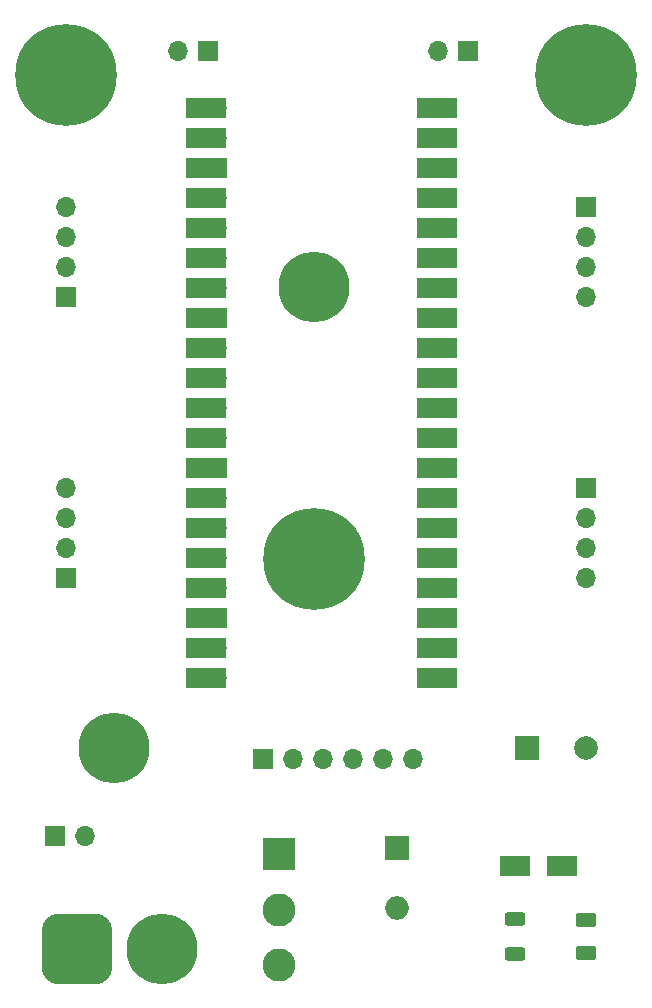
<source format=gbr>
%TF.GenerationSoftware,KiCad,Pcbnew,(6.0.7)*%
%TF.CreationDate,2022-11-23T18:30:17-05:00*%
%TF.ProjectId,Team5_Coaster,5465616d-355f-4436-9f61-737465722e6b,rev?*%
%TF.SameCoordinates,Original*%
%TF.FileFunction,Soldermask,Top*%
%TF.FilePolarity,Negative*%
%FSLAX46Y46*%
G04 Gerber Fmt 4.6, Leading zero omitted, Abs format (unit mm)*
G04 Created by KiCad (PCBNEW (6.0.7)) date 2022-11-23 18:30:17*
%MOMM*%
%LPD*%
G01*
G04 APERTURE LIST*
G04 Aperture macros list*
%AMRoundRect*
0 Rectangle with rounded corners*
0 $1 Rounding radius*
0 $2 $3 $4 $5 $6 $7 $8 $9 X,Y pos of 4 corners*
0 Add a 4 corners polygon primitive as box body*
4,1,4,$2,$3,$4,$5,$6,$7,$8,$9,$2,$3,0*
0 Add four circle primitives for the rounded corners*
1,1,$1+$1,$2,$3*
1,1,$1+$1,$4,$5*
1,1,$1+$1,$6,$7*
1,1,$1+$1,$8,$9*
0 Add four rect primitives between the rounded corners*
20,1,$1+$1,$2,$3,$4,$5,0*
20,1,$1+$1,$4,$5,$6,$7,0*
20,1,$1+$1,$6,$7,$8,$9,0*
20,1,$1+$1,$8,$9,$2,$3,0*%
G04 Aperture macros list end*
%ADD10R,1.700000X1.700000*%
%ADD11O,1.700000X1.700000*%
%ADD12C,0.900000*%
%ADD13C,8.600000*%
%ADD14R,2.794000X2.794000*%
%ADD15C,2.794000*%
%ADD16R,2.500000X1.700000*%
%ADD17RoundRect,0.250000X-0.625000X0.375000X-0.625000X-0.375000X0.625000X-0.375000X0.625000X0.375000X0*%
%ADD18R,2.000000X2.000000*%
%ADD19O,2.000000X2.000000*%
%ADD20C,2.000000*%
%ADD21C,6.000000*%
%ADD22RoundRect,1.500000X-1.500000X-1.500000X1.500000X-1.500000X1.500000X1.500000X-1.500000X1.500000X0*%
%ADD23RoundRect,0.250000X0.625000X-0.312500X0.625000X0.312500X-0.625000X0.312500X-0.625000X-0.312500X0*%
%ADD24R,3.500000X1.700000*%
G04 APERTURE END LIST*
D10*
%TO.C,J6*%
X102000000Y-120500000D03*
D11*
X104540000Y-120500000D03*
%TD*%
D10*
%TO.C,RF1*%
X147000000Y-67200000D03*
D11*
X147000000Y-69740000D03*
X147000000Y-72280000D03*
X147000000Y-74820000D03*
%TD*%
D12*
%TO.C,H1*%
X124000000Y-100225000D03*
X126280419Y-99280419D03*
X124000000Y-93775000D03*
X121719581Y-99280419D03*
X120775000Y-97000000D03*
X127225000Y-97000000D03*
X121719581Y-94719581D03*
D13*
X124000000Y-97000000D03*
D12*
X126280419Y-94719581D03*
%TD*%
D14*
%TO.C,SW1*%
X121000000Y-122000000D03*
D15*
X121000000Y-126699000D03*
X121000000Y-131398000D03*
%TD*%
D10*
%TO.C,J13*%
X115000000Y-54000000D03*
D11*
X112460000Y-54000000D03*
%TD*%
D10*
%TO.C,J4*%
X137000000Y-54000000D03*
D11*
X134460000Y-54000000D03*
%TD*%
D16*
%TO.C,Z1*%
X145000000Y-123000000D03*
X141000000Y-123000000D03*
%TD*%
D17*
%TO.C,D3*%
X147000000Y-127600000D03*
X147000000Y-130400000D03*
%TD*%
D18*
%TO.C,D1*%
X131000000Y-121460000D03*
D19*
X131000000Y-126540000D03*
%TD*%
D12*
%TO.C,H4*%
X143775000Y-56000000D03*
X149280419Y-53719581D03*
X149280419Y-58280419D03*
X147000000Y-59225000D03*
X144719581Y-58280419D03*
D13*
X147000000Y-56000000D03*
D12*
X150225000Y-56000000D03*
X144719581Y-53719581D03*
X147000000Y-52775000D03*
%TD*%
D18*
%TO.C,C1*%
X142000000Y-113000000D03*
D20*
X147000000Y-113000000D03*
%TD*%
D21*
%TO.C,J5*%
X124000000Y-74000000D03*
%TD*%
D10*
%TO.C,J2*%
X119675000Y-113975000D03*
D11*
X122215000Y-113975000D03*
X124755000Y-113975000D03*
X127295000Y-113975000D03*
X129835000Y-113975000D03*
X132375000Y-113975000D03*
%TD*%
D22*
%TO.C,J1*%
X103900000Y-130000000D03*
D21*
X111100000Y-130000000D03*
%TD*%
D12*
%TO.C,H3*%
X105280419Y-53719581D03*
X103000000Y-59225000D03*
X105280419Y-58280419D03*
X100719581Y-53719581D03*
X99775000Y-56000000D03*
D13*
X103000000Y-56000000D03*
D12*
X100719581Y-58280419D03*
X103000000Y-52775000D03*
X106225000Y-56000000D03*
%TD*%
D23*
%TO.C,R1*%
X141000000Y-130462500D03*
X141000000Y-127537500D03*
%TD*%
D10*
%TO.C,LB1*%
X103000000Y-98620000D03*
D11*
X103000000Y-96080000D03*
X103000000Y-93540000D03*
X103000000Y-91000000D03*
%TD*%
D10*
%TO.C,LF1*%
X103000000Y-74800000D03*
D11*
X103000000Y-72260000D03*
X103000000Y-69720000D03*
X103000000Y-67180000D03*
%TD*%
D21*
%TO.C,J3*%
X107000000Y-113000000D03*
%TD*%
D10*
%TO.C,RB1*%
X147000000Y-91000000D03*
D11*
X147000000Y-93540000D03*
X147000000Y-96080000D03*
X147000000Y-98620000D03*
%TD*%
%TO.C,U1*%
X115745000Y-58855000D03*
D24*
X114845000Y-58855000D03*
D11*
X115745000Y-61395000D03*
D24*
X114845000Y-61395000D03*
D10*
X115745000Y-63935000D03*
D24*
X114845000Y-63935000D03*
X114845000Y-66475000D03*
D11*
X115745000Y-66475000D03*
X115745000Y-69015000D03*
D24*
X114845000Y-69015000D03*
X114845000Y-71555000D03*
D11*
X115745000Y-71555000D03*
D24*
X114845000Y-74095000D03*
D11*
X115745000Y-74095000D03*
D24*
X114845000Y-76635000D03*
D10*
X115745000Y-76635000D03*
D24*
X114845000Y-79175000D03*
D11*
X115745000Y-79175000D03*
D24*
X114845000Y-81715000D03*
D11*
X115745000Y-81715000D03*
D24*
X114845000Y-84255000D03*
D11*
X115745000Y-84255000D03*
D24*
X114845000Y-86795000D03*
D11*
X115745000Y-86795000D03*
D24*
X114845000Y-89335000D03*
D10*
X115745000Y-89335000D03*
D24*
X114845000Y-91875000D03*
D11*
X115745000Y-91875000D03*
X115745000Y-94415000D03*
D24*
X114845000Y-94415000D03*
D11*
X115745000Y-96955000D03*
D24*
X114845000Y-96955000D03*
D11*
X115745000Y-99495000D03*
D24*
X114845000Y-99495000D03*
X114845000Y-102035000D03*
D10*
X115745000Y-102035000D03*
D11*
X115745000Y-104575000D03*
D24*
X114845000Y-104575000D03*
D11*
X115745000Y-107115000D03*
D24*
X114845000Y-107115000D03*
D11*
X133525000Y-107115000D03*
D24*
X134425000Y-107115000D03*
X134425000Y-104575000D03*
D11*
X133525000Y-104575000D03*
D24*
X134425000Y-102035000D03*
D10*
X133525000Y-102035000D03*
D24*
X134425000Y-99495000D03*
D11*
X133525000Y-99495000D03*
X133525000Y-96955000D03*
D24*
X134425000Y-96955000D03*
D11*
X133525000Y-94415000D03*
D24*
X134425000Y-94415000D03*
D11*
X133525000Y-91875000D03*
D24*
X134425000Y-91875000D03*
X134425000Y-89335000D03*
D10*
X133525000Y-89335000D03*
D24*
X134425000Y-86795000D03*
D11*
X133525000Y-86795000D03*
X133525000Y-84255000D03*
D24*
X134425000Y-84255000D03*
D11*
X133525000Y-81715000D03*
D24*
X134425000Y-81715000D03*
X134425000Y-79175000D03*
D11*
X133525000Y-79175000D03*
D10*
X133525000Y-76635000D03*
D24*
X134425000Y-76635000D03*
D11*
X133525000Y-74095000D03*
D24*
X134425000Y-74095000D03*
D11*
X133525000Y-71555000D03*
D24*
X134425000Y-71555000D03*
X134425000Y-69015000D03*
D11*
X133525000Y-69015000D03*
D24*
X134425000Y-66475000D03*
D11*
X133525000Y-66475000D03*
D10*
X133525000Y-63935000D03*
D24*
X134425000Y-63935000D03*
X134425000Y-61395000D03*
D11*
X133525000Y-61395000D03*
D24*
X134425000Y-58855000D03*
D11*
X133525000Y-58855000D03*
%TD*%
M02*

</source>
